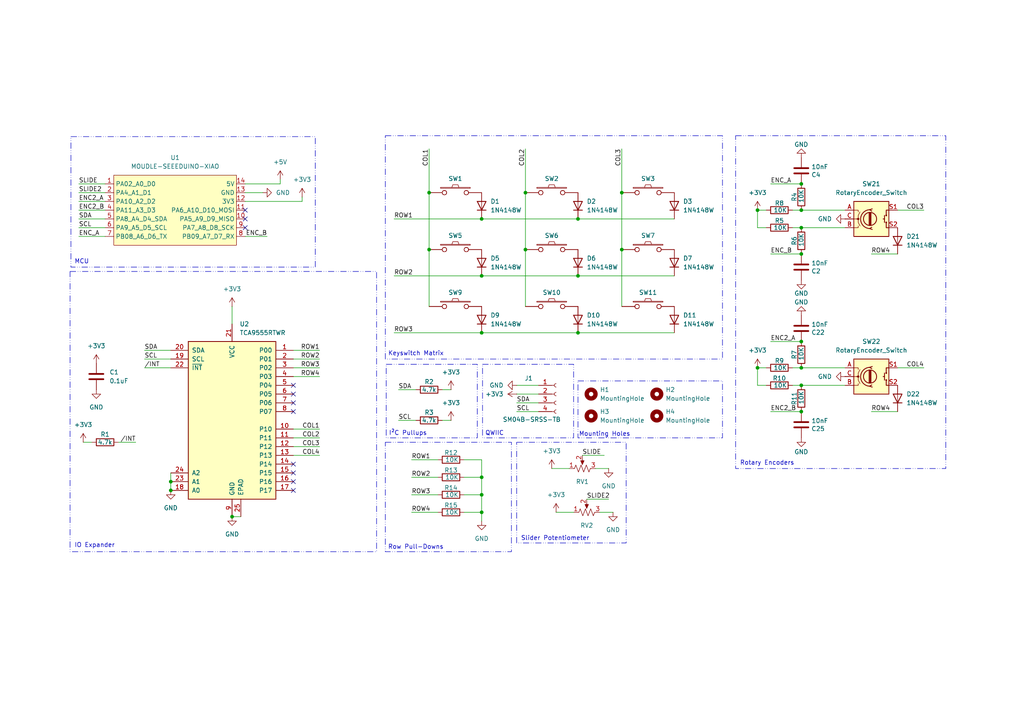
<source format=kicad_sch>
(kicad_sch (version 20250114) (generator "eeschema") (generator_version "9.0")
  (paper "A4")
  (title_block (title "Andromepad V1") (date "2025-12-04") (rev "Version 1") (company "DwayneR Engineering") (comment 1 "This is the first revision of the macropad"))
  (lib_symbols
    (symbol "Connector:Conn_01x04_Socket" (pin_names (offset 1.016) (hide yes))
      (property "Reference" "J" (at 0 5.08 0))
      (property "Value" "Conn_01x04_Socket" (at 0 -7.62 0))
      (symbol "Conn_01x04_Socket_1_1"
        (polyline (pts (xy -1.27 2.54) (xy -0.508 2.54)) (stroke (width 0.1524)))
        (polyline (pts (xy -1.27 0) (xy -0.508 0)) (stroke (width 0.1524)))
        (polyline (pts (xy -1.27 -2.54) (xy -0.508 -2.54)) (stroke (width 0.1524)))
        (polyline (pts (xy -1.27 -5.08) (xy -0.508 -5.08)) (stroke (width 0.1524)))
        (arc (start 0 2.032) (mid -0.5058 2.54) (end 0 3.048) (stroke (width 0.1524)))
        (arc (start 0 -0.508) (mid -0.5058 0) (end 0 0.508) (stroke (width 0.1524)))
        (arc (start 0 -3.048) (mid -0.5058 -2.54) (end 0 -2.032) (stroke (width 0.1524)))
        (arc (start 0 -5.588) (mid -0.5058 -5.08) (end 0 -4.572) (stroke (width 0.1524)))
        (pin passive line (at -5.08 2.54 0) (length 3.81) (name "Pin_1") (number "1"))
        (pin passive line (at -5.08 0 0) (length 3.81) (name "Pin_2") (number "2"))
        (pin passive line (at -5.08 -2.54 0) (length 3.81) (name "Pin_3") (number "3"))
        (pin passive line (at -5.08 -5.08 0) (length 3.81) (name "Pin_4") (number "4"))
      )
    )
    (symbol "Device:C" (pin_numbers (hide yes)) (pin_names (offset 0.254))
      (property "Reference" "C" (at 0.635 2.54 0))
      (property "Value" "C" (at 0.635 -2.54 0))
      (symbol "C_0_1"
        (polyline (pts (xy -2.032 0.762) (xy 2.032 0.762)) (stroke (width 0.508)))
        (polyline (pts (xy -2.032 -0.762) (xy 2.032 -0.762)) (stroke (width 0.508)))
      )
      (symbol "C_1_1"
        (pin passive line (at 0 3.81 270) (length 2.794) (name "~") (number "1"))
        (pin passive line (at 0 -3.81 90) (length 2.794) (name "~") (number "2"))
      )
    )
    (symbol "Device:D" (pin_numbers (hide yes)) (pin_names (offset 1.016) (hide yes))
      (property "Reference" "D" (at 0 2.54 0))
      (property "Value" "D" (at 0 -2.54 0))
      (symbol "D_0_1"
        (polyline (pts (xy -1.27 1.27) (xy -1.27 -1.27)) (stroke (width 0.254)))
        (polyline (pts (xy 1.27 1.27) (xy 1.27 -1.27) (xy -1.27 0) (xy 1.27 1.27)) (stroke (width 0.254)))
        (polyline (pts (xy 1.27 0) (xy -1.27 0)))
      )
      (symbol "D_1_1"
        (pin passive line (at -3.81 0 0) (length 2.54) (name "K") (number "1"))
        (pin passive line (at 3.81 0 180) (length 2.54) (name "A") (number "2"))
      )
    )
    (symbol "Device:R" (pin_numbers (hide yes)) (pin_names (offset 0))
      (property "Reference" "R" (at 2.032 0 90))
      (property "Value" "R" (at 0 0 90))
      (symbol "R_0_1"
        (rectangle (start -1.016 -2.54) (end 1.016 2.54) (stroke (width 0.254)))
      )
      (symbol "R_1_1"
        (pin passive line (at 0 3.81 270) (length 1.27) (name "~") (number "1"))
        (pin passive line (at 0 -3.81 90) (length 1.27) (name "~") (number "2"))
      )
    )
    (symbol "Device:R_Potentiometer_US" (pin_names (offset 1.016) (hide yes))
      (property "Reference" "RV" (at -4.445 0 90))
      (property "Value" "R_Potentiometer_US" (at -2.54 0 90))
      (symbol "R_Potentiometer_US_0_1"
        (polyline (pts (xy 0 2.54) (xy 0 2.286)))
        (polyline (pts (xy 0 2.286) (xy 1.016 1.905) (xy 0 1.524) (xy -1.016 1.143) (xy 0 0.762)))
        (polyline (pts (xy 0 0.762) (xy 1.016 0.381) (xy 0 0) (xy -1.016 -0.381) (xy 0 -0.762)))
        (polyline (pts (xy 0 -0.762) (xy 1.016 -1.143) (xy 0 -1.524) (xy -1.016 -1.905) (xy 0 -2.286)))
        (polyline (pts (xy 0 -2.286) (xy 0 -2.54)))
        (polyline (pts (xy 1.143 0) (xy 2.286 0.508) (xy 2.286 -0.508) (xy 1.143 0)) (fill (type outline)))
        (polyline (pts (xy 2.54 0) (xy 1.524 0)))
      )
      (symbol "R_Potentiometer_US_1_1"
        (pin passive line (at 0 3.81 270) (length 1.27) (name "1") (number "1"))
        (pin passive line (at 0 -3.81 90) (length 1.27) (name "3") (number "3"))
        (pin passive line (at 3.81 0 180) (length 1.27) (name "2") (number "2"))
      )
    )
    (symbol "Device:RotaryEncoder_Switch" (pin_names (offset 0.254) (hide yes))
      (property "Reference" "SW" (at 0 6.604 0))
      (property "Value" "RotaryEncoder_Switch" (at 0 -6.604 0))
      (symbol "RotaryEncoder_Switch_0_1"
        (rectangle (start -5.08 5.08) (end 5.08 -5.08) (stroke (width 0.254)) (fill (type background)))
        (polyline (pts (xy -5.08 2.54) (xy -3.81 2.54) (xy -3.81 2.032)))
        (polyline (pts (xy -5.08 0) (xy -3.81 0) (xy -3.81 -1.016) (xy -3.302 -2.032)))
        (polyline (pts (xy -5.08 -2.54) (xy -3.81 -2.54) (xy -3.81 -2.032)))
        (polyline (pts (xy -4.318 0) (xy -3.81 0) (xy -3.81 1.016) (xy -3.302 2.032)))
        (circle (center -3.81 0) (radius 0.254) (fill (type outline)))
        (polyline (pts (xy -0.635 -1.778) (xy -0.635 1.778)) (stroke (width 0.254)))
        (circle (center -0.381 0) (radius 1.905) (stroke (width 0.254)))
        (polyline (pts (xy -0.381 -1.778) (xy -0.381 1.778)) (stroke (width 0.254)))
        (arc (start -0.381 -2.794) (mid -3.0988 -0.0635) (end -0.381 2.667) (stroke (width 0.254)))
        (polyline (pts (xy -0.127 1.778) (xy -0.127 -1.778)) (stroke (width 0.254)))
        (polyline (pts (xy 0.254 2.921) (xy -0.508 2.667) (xy 0.127 2.286)) (stroke (width 0.254)))
        (polyline (pts (xy 0.254 -3.048) (xy -0.508 -2.794) (xy 0.127 -2.413)) (stroke (width 0.254)))
        (polyline (pts (xy 3.81 1.016) (xy 3.81 -1.016)) (stroke (width 0.254)))
        (polyline (pts (xy 3.81 0) (xy 3.429 0)) (stroke (width 0.254)))
        (circle (center 4.318 1.016) (radius 0.127) (stroke (width 0.254)))
        (circle (center 4.318 -1.016) (radius 0.127) (stroke (width 0.254)))
        (polyline (pts (xy 5.08 2.54) (xy 4.318 2.54) (xy 4.318 1.016)) (stroke (width 0.254)))
        (polyline (pts (xy 5.08 -2.54) (xy 4.318 -2.54) (xy 4.318 -1.016)) (stroke (width 0.254)))
      )
      (symbol "RotaryEncoder_Switch_1_1"
        (pin passive line (at -7.62 2.54 0) (length 2.54) (name "A") (number "A"))
        (pin passive line (at -7.62 0 0) (length 2.54) (name "C") (number "C"))
        (pin passive line (at -7.62 -2.54 0) (length 2.54) (name "B") (number "B"))
        (pin passive line (at 7.62 2.54 180) (length 2.54) (name "S1") (number "S1"))
        (pin passive line (at 7.62 -2.54 180) (length 2.54) (name "S2") (number "S2"))
      )
    )
    (symbol "Ians_symbols:keyswitch" (pin_numbers (hide yes)) (pin_names (offset 1.016) (hide yes))
      (property "Reference" "SW" (at 3.81 2.794 0))
      (property "Value" "keyswitch" (at 0 -2.032 0))
      (symbol "keyswitch_0_1"
        (rectangle (start -4.318 1.27) (end 4.318 1.524))
        (polyline (pts (xy -1.016 1.524) (xy -0.762 2.286) (xy 0.762 2.286) (xy 1.016 1.524)))
        (pin passive inverted (at -7.62 0 0) (length 5.08) (name "1") (number "1"))
        (pin passive inverted (at 7.62 0 180) (length 5.08) (name "2") (number "2"))
      )
    )
    (symbol "Interface_Expansion:TCA9555RTWR" (pin_names (offset 1.016))
      (property "Reference" "U" (at -11.43 24.13 0))
      (property "Value" "TCA9555RTWR" (at 0 0 0))
      (symbol "TCA9555RTWR_0_1"
        (rectangle (start -12.7 22.86) (end 12.7 -22.86) (stroke (width 0.254)) (fill (type background)))
      )
      (symbol "TCA9555RTWR_1_1"
        (pin bidirectional line (at -17.78 20.32 0) (length 5.08) (name "SDA") (number "20"))
        (pin input line (at -17.78 17.78 0) (length 5.08) (name "SCL") (number "19"))
        (pin open_collector line (at -17.78 15.24 0) (length 5.08) (name "~{INT}") (number "22"))
        (pin input line (at -17.78 -15.24 0) (length 5.08) (name "A2") (number "24"))
        (pin input line (at -17.78 -17.78 0) (length 5.08) (name "A1") (number "23"))
        (pin input line (at -17.78 -20.32 0) (length 5.08) (name "A0") (number "18"))
        (pin power_in line (at 0 27.94 270) (length 5.08) (name "VCC") (number "21"))
        (pin power_in line (at 0 -27.94 90) (length 5.08) (name "GND") (number "9"))
        (pin input line (at 2.54 -27.94 90) (length 5.08) (name "EPAD") (number "25"))
        (pin bidirectional line (at 17.78 20.32 180) (length 5.08) (name "P00") (number "1"))
        (pin bidirectional line (at 17.78 17.78 180) (length 5.08) (name "P01") (number "2"))
        (pin bidirectional line (at 17.78 15.24 180) (length 5.08) (name "P02") (number "3"))
        (pin bidirectional line (at 17.78 12.7 180) (length 5.08) (name "P03") (number "4"))
        (pin bidirectional line (at 17.78 10.16 180) (length 5.08) (name "P04") (number "5"))
        (pin bidirectional line (at 17.78 7.62 180) (length 5.08) (name "P05") (number "6"))
        (pin bidirectional line (at 17.78 5.08 180) (length 5.08) (name "P06") (number "7"))
        (pin bidirectional line (at 17.78 2.54 180) (length 5.08) (name "P07") (number "8"))
        (pin bidirectional line (at 17.78 -2.54 180) (length 5.08) (name "P10") (number "10"))
        (pin bidirectional line (at 17.78 -5.08 180) (length 5.08) (name "P11") (number "11"))
        (pin bidirectional line (at 17.78 -7.62 180) (length 5.08) (name "P12") (number "12"))
        (pin bidirectional line (at 17.78 -10.16 180) (length 5.08) (name "P13") (number "13"))
        (pin bidirectional line (at 17.78 -12.7 180) (length 5.08) (name "P14") (number "14"))
        (pin bidirectional line (at 17.78 -15.24 180) (length 5.08) (name "P15") (number "15"))
        (pin bidirectional line (at 17.78 -17.78 180) (length 5.08) (name "P16") (number "16"))
        (pin bidirectional line (at 17.78 -20.32 180) (length 5.08) (name "P17") (number "17"))
      )
    )
    (symbol "MOUDLE-SEEEDUINO-XIAO:MOUDLE-SEEEDUINO-XIAO"
      (property "Reference" "U1" (at 1.27 15.24 0))
      (property "Value" "MOUDLE-SEEEDUINO-XIAO" (at 1.27 12.7 0))
      (symbol "MOUDLE-SEEEDUINO-XIAO_1_1"
        (rectangle (start -16.51 10.16) (end 19.05 -10.16) (fill (type background)))
        (pin passive line (at -19.05 7.62 0) (length 2.54) (name "PA02_A0_D0") (number "1"))
        (pin passive line (at -19.05 5.08 0) (length 2.54) (name "PA4_A1_D1") (number "2"))
        (pin passive line (at -19.05 2.54 0) (length 2.54) (name "PA10_A2_D2") (number "3"))
        (pin passive line (at -19.05 0 0) (length 2.54) (name "PA11_A3_D3") (number "4"))
        (pin passive line (at -19.05 -2.54 0) (length 2.54) (name "PA8_A4_D4_SDA") (number "5"))
        (pin passive line (at -19.05 -5.08 0) (length 2.54) (name "PA9_A5_D5_SCL") (number "6"))
        (pin passive line (at -19.05 -7.62 0) (length 2.54) (name "PB08_A6_D6_TX") (number "7"))
        (pin passive line (at 21.59 7.62 180) (length 2.54) (name "5V") (number "14"))
        (pin passive line (at 21.59 5.08 180) (length 2.54) (name "GND") (number "13"))
        (pin passive line (at 21.59 2.54 180) (length 2.54) (name "3V3") (number "12"))
        (pin passive line (at 21.59 0 180) (length 2.54) (name "PA6_A10_D10_MOSI") (number "11"))
        (pin passive line (at 21.59 -2.54 180) (length 2.54) (name "PA5_A9_D9_MISO") (number "10"))
        (pin passive line (at 21.59 -5.08 180) (length 2.54) (name "PA7_A8_D8_SCK") (number "9"))
        (pin passive line (at 21.59 -7.62 180) (length 2.54) (name "PB09_A7_D7_RX") (number "8"))
      )
    )
    (symbol "Mechanical:MountingHole" (pin_names (offset 1.016)) (exclude_from_sim yes) (in_bom no)
      (property "Reference" "H" (at 0 5.08 0))
      (property "Value" "MountingHole" (at 0 3.175 0))
      (symbol "MountingHole_0_1"
        (circle (center 0 0) (radius 1.27) (stroke (width 1.27)))
      )
    )
    (symbol "power:+3V3" (power) (pin_numbers (hide yes)) (pin_names (offset 0) (hide yes))
      (property "Value" "+3V3" (at 0 3.556 0))
      (symbol "+3V3_0_1"
        (polyline (pts (xy -0.762 1.27) (xy 0 2.54)))
        (polyline (pts (xy 0 2.54) (xy 0.762 1.27)))
        (polyline (pts (xy 0 0) (xy 0 2.54)))
      )
      (symbol "+3V3_1_1"
        (pin power_in line (at 0 0 90) (length 0) (name "~") (number "1"))
      )
    )
    (symbol "power:+5V" (power) (pin_numbers (hide yes)) (pin_names (offset 0) (hide yes))
      (property "Value" "+5V" (at 0 3.556 0))
      (symbol "+5V_0_1"
        (polyline (pts (xy -0.762 1.27) (xy 0 2.54)))
        (polyline (pts (xy 0 2.54) (xy 0.762 1.27)))
        (polyline (pts (xy 0 0) (xy 0 2.54)))
      )
      (symbol "+5V_1_1"
        (pin power_in line (at 0 0 90) (length 0) (name "~") (number "1"))
      )
    )
    (symbol "power:GND" (power) (pin_numbers (hide yes)) (pin_names (offset 0) (hide yes))
      (property "Value" "GND" (at 0 -3.81 0))
      (symbol "GND_0_1"
        (polyline (pts (xy 0 0) (xy 0 -1.27) (xy 1.27 -1.27) (xy 0 -2.54) (xy -1.27 -1.27) (xy 0 -1.27)))
      )
      (symbol "GND_1_1"
        (pin power_in line (at 0 0 270) (length 0) (name "~") (number "1"))
      )
    )
  )
  (rectangle (start 213.36 39.37) (end 274.32 135.89) (stroke (width 0) (type dash_dot_dot)))
  (rectangle (start 149.86 128.27) (end 181.61 157.48) (stroke (width 0) (type dash_dot_dot)))
  (rectangle (start 20.574 39.624) (end 91.44 77.47) (stroke (width 0) (type dash_dot_dot)))
  (rectangle (start 112.014 105.664) (end 138.43 127) (stroke (width 0) (type dash_dot_dot)))
  (rectangle (start 167.64 110.49) (end 209.55 127) (stroke (width 0) (type dash_dot_dot)))
  (rectangle (start 20.32 78.74) (end 109.22 160.02) (stroke (width 0) (type dash_dot_dot)))
  (rectangle (start 111.76 128.27) (end 148.336 160.02) (stroke (width 0) (type dash_dot_dot)))
  (rectangle (start 111.76 39.37) (end 209.55 104.14) (stroke (width 0) (type dash_dot_dot)))
  (rectangle (start 139.954 105.664) (end 166.37 127) (stroke (width 0) (type dash_dot_dot)))
  (text "MCU" (at 21.59 75.946 0) (effects (font (size 1.27 1.27)) (justify left)))
  (text "I²C Pullups" (at 112.776 125.73 0) (effects (font (size 1.27 1.27)) (justify left)))
  (text "Row Pull-Downs" (at 112.522 158.75 0) (effects (font (size 1.27 1.27)) (justify left)))
  (text "QWIIC" (at 140.716 125.73 0) (effects (font (size 1.27 1.27)) (justify left)))
  (text "Mounting Holes" (at 167.894 125.984 0) (effects (font (size 1.27 1.27)) (justify left)))
  (text "IO Expander" (at 21.59 158.242 0) (effects (font (size 1.27 1.27)) (justify left)))
  (text "Slider Potentiometer" (at 161.036 156.21 0) (effects (font (size 1.27 1.27))))
  (text "Rotary Encoders" (at 222.504 134.366 0) (effects (font (size 1.27 1.27))))
  (text "Keyswitch Matrix\n" (at 120.65 102.616 0) (effects (font (size 1.27 1.27))))
  (junction (at 167.64 96.52))
  (junction (at 232.41 73.66))
  (junction (at 232.41 111.76))
  (junction (at 219.71 106.68))
  (junction (at 232.41 53.34))
  (junction (at 124.46 72.39))
  (junction (at 49.53 139.7))
  (junction (at 152.4 55.88))
  (junction (at 139.7 96.52))
  (junction (at 67.31 149.86))
  (junction (at 139.7 63.5))
  (junction (at 152.4 72.39))
  (junction (at 167.64 63.5))
  (junction (at 49.53 142.24))
  (junction (at 232.41 66.04))
  (junction (at 232.41 60.96))
  (junction (at 139.7 138.43))
  (junction (at 219.71 60.96))
  (junction (at 180.34 72.39))
  (junction (at 232.41 99.06))
  (junction (at 139.7 143.51))
  (junction (at 124.46 55.88))
  (junction (at 180.34 55.88))
  (junction (at 139.7 80.01))
  (junction (at 167.64 80.01))
  (junction (at 232.41 119.38))
  (junction (at 139.7 148.59))
  (junction (at 232.41 106.68))
  (no_connect (at 85.09 137.16))
  (no_connect (at 71.12 63.5))
  (no_connect (at 85.09 116.84))
  (no_connect (at 85.09 119.38))
  (no_connect (at 85.09 142.24))
  (no_connect (at 71.12 60.96))
  (no_connect (at 71.12 66.04))
  (no_connect (at 85.09 111.76))
  (no_connect (at 85.09 114.3))
  (no_connect (at 85.09 139.7))
  (no_connect (at 85.09 134.62))
  (wire (pts (xy 49.53 106.68) (xy 41.91 106.68)))
  (wire (pts (xy 22.86 58.42) (xy 30.48 58.42)))
  (wire (pts (xy 229.87 111.76) (xy 232.41 111.76)))
  (wire (pts (xy 127 133.35) (xy 119.38 133.35)))
  (wire (pts (xy 67.31 149.86) (xy 69.85 149.86)))
  (wire (pts (xy 168.91 132.08) (xy 175.26 132.08)))
  (wire (pts (xy 67.31 88.9) (xy 67.31 93.98)))
  (wire (pts (xy 232.41 111.76) (xy 245.11 111.76)))
  (wire (pts (xy 229.87 60.96) (xy 232.41 60.96)))
  (wire (pts (xy 128.27 113.03) (xy 130.81 113.03)))
  (wire (pts (xy 229.87 66.04) (xy 232.41 66.04)))
  (wire (pts (xy 85.09 106.68) (xy 92.71 106.68)))
  (wire (pts (xy 180.34 43.18) (xy 180.34 55.88)))
  (wire (pts (xy 77.47 68.58) (xy 71.12 68.58)))
  (wire (pts (xy 167.64 80.01) (xy 195.58 80.01)))
  (wire (pts (xy 161.29 148.59) (xy 166.37 148.59)))
  (wire (pts (xy 267.97 106.68) (xy 260.35 106.68)))
  (wire (pts (xy 22.86 60.96) (xy 30.48 60.96)))
  (wire (pts (xy 219.71 106.68) (xy 222.25 106.68)))
  (wire (pts (xy 49.53 139.7) (xy 49.53 142.24)))
  (wire (pts (xy 71.12 53.34) (xy 81.28 53.34)))
  (wire (pts (xy 223.52 99.06) (xy 232.41 99.06)))
  (wire (pts (xy 85.09 101.6) (xy 92.71 101.6)))
  (wire (pts (xy 232.41 106.68) (xy 245.11 106.68)))
  (wire (pts (xy 85.09 129.54) (xy 92.71 129.54)))
  (wire (pts (xy 219.71 66.04) (xy 222.25 66.04)))
  (wire (pts (xy 134.62 138.43) (xy 139.7 138.43)))
  (wire (pts (xy 232.41 66.04) (xy 245.11 66.04)))
  (wire (pts (xy 81.28 53.34) (xy 81.28 52.07)))
  (wire (pts (xy 124.46 72.39) (xy 124.46 88.9)))
  (wire (pts (xy 139.7 80.01) (xy 167.64 80.01)))
  (wire (pts (xy 120.65 113.03) (xy 115.57 113.03)))
  (wire (pts (xy 219.71 111.76) (xy 222.25 111.76)))
  (wire (pts (xy 167.64 96.52) (xy 195.58 96.52)))
  (wire (pts (xy 49.53 104.14) (xy 41.91 104.14)))
  (wire (pts (xy 152.4 72.39) (xy 152.4 88.9)))
  (wire (pts (xy 152.4 55.88) (xy 152.4 72.39)))
  (wire (pts (xy 120.65 121.92) (xy 115.57 121.92)))
  (wire (pts (xy 128.27 121.92) (xy 130.81 121.92)))
  (wire (pts (xy 232.41 60.96) (xy 245.11 60.96)))
  (wire (pts (xy 49.53 137.16) (xy 49.53 139.7)))
  (wire (pts (xy 252.73 119.38) (xy 260.35 119.38)))
  (wire (pts (xy 223.52 53.34) (xy 232.41 53.34)))
  (wire (pts (xy 252.73 73.66) (xy 260.35 73.66)))
  (wire (pts (xy 223.52 73.66) (xy 232.41 73.66)))
  (wire (pts (xy 139.7 143.51) (xy 139.7 148.59)))
  (wire (pts (xy 85.09 124.46) (xy 92.71 124.46)))
  (wire (pts (xy 167.64 63.5) (xy 195.58 63.5)))
  (wire (pts (xy 177.8 148.59) (xy 173.99 148.59)))
  (wire (pts (xy 85.09 104.14) (xy 92.71 104.14)))
  (wire (pts (xy 114.3 63.5) (xy 139.7 63.5)))
  (wire (pts (xy 149.86 111.76) (xy 156.21 111.76)))
  (wire (pts (xy 134.62 143.51) (xy 139.7 143.51)))
  (wire (pts (xy 139.7 133.35) (xy 139.7 138.43)))
  (wire (pts (xy 219.71 106.68) (xy 219.71 111.76)))
  (wire (pts (xy 22.86 68.58) (xy 30.48 68.58)))
  (wire (pts (xy 71.12 55.88) (xy 76.2 55.88)))
  (wire (pts (xy 22.86 66.04) (xy 30.48 66.04)))
  (wire (pts (xy 139.7 96.52) (xy 167.64 96.52)))
  (wire (pts (xy 22.86 53.34) (xy 30.48 53.34)))
  (wire (pts (xy 127 148.59) (xy 119.38 148.59)))
  (wire (pts (xy 152.4 43.18) (xy 152.4 55.88)))
  (wire (pts (xy 85.09 127) (xy 92.71 127)))
  (wire (pts (xy 149.86 116.84) (xy 156.21 116.84)))
  (wire (pts (xy 124.46 43.18) (xy 124.46 55.88)))
  (wire (pts (xy 139.7 138.43) (xy 139.7 143.51)))
  (wire (pts (xy 26.67 128.27) (xy 24.13 128.27)))
  (wire (pts (xy 149.86 119.38) (xy 156.21 119.38)))
  (wire (pts (xy 267.97 60.96) (xy 260.35 60.96)))
  (wire (pts (xy 114.3 96.52) (xy 139.7 96.52)))
  (wire (pts (xy 149.86 114.3) (xy 156.21 114.3)))
  (wire (pts (xy 85.09 109.22) (xy 92.71 109.22)))
  (wire (pts (xy 127 143.51) (xy 119.38 143.51)))
  (wire (pts (xy 134.62 133.35) (xy 139.7 133.35)))
  (wire (pts (xy 71.12 58.42) (xy 87.63 58.42)))
  (wire (pts (xy 22.86 63.5) (xy 30.48 63.5)))
  (wire (pts (xy 160.02 135.89) (xy 165.1 135.89)))
  (wire (pts (xy 114.3 80.01) (xy 139.7 80.01)))
  (wire (pts (xy 219.71 60.96) (xy 219.71 66.04)))
  (wire (pts (xy 180.34 72.39) (xy 180.34 88.9)))
  (wire (pts (xy 49.53 101.6) (xy 41.91 101.6)))
  (wire (pts (xy 139.7 148.59) (xy 139.7 151.13)))
  (wire (pts (xy 139.7 63.5) (xy 167.64 63.5)))
  (wire (pts (xy 85.09 132.08) (xy 92.71 132.08)))
  (wire (pts (xy 134.62 148.59) (xy 139.7 148.59)))
  (wire (pts (xy 180.34 55.88) (xy 180.34 72.39)))
  (wire (pts (xy 22.86 55.88) (xy 30.48 55.88)))
  (wire (pts (xy 223.52 119.38) (xy 232.41 119.38)))
  (wire (pts (xy 87.63 58.42) (xy 87.63 57.15)))
  (wire (pts (xy 124.46 55.88) (xy 124.46 72.39)))
  (wire (pts (xy 219.71 60.96) (xy 222.25 60.96)))
  (wire (pts (xy 229.87 106.68) (xy 232.41 106.68)))
  (wire (pts (xy 127 138.43) (xy 119.38 138.43)))
  (wire (pts (xy 176.53 135.89) (xy 172.72 135.89)))
  (wire (pts (xy 170.18 144.78) (xy 176.53 144.78)))
  (wire (pts (xy 34.29 128.27) (xy 39.37 128.27)))
  (label "ROW1" (at 119.38 133.35 0))
  (label "ROW3" (at 92.71 106.68 180))
  (label "COL2" (at 92.71 127 180))
  (label "ROW4" (at 92.71 109.22 180))
  (label "ROW1" (at 92.71 101.6 180))
  (label "ENC2_B" (at 22.86 60.96 0))
  (label "COL3" (at 267.97 60.96 180))
  (label "{slash}INT" (at 41.91 106.68 0))
  (label "ROW4" (at 252.73 119.38 0))
  (label "COL1" (at 124.46 43.18 270))
  (label "SLIDE2" (at 22.86 55.88 0))
  (label "COL1" (at 92.71 124.46 180))
  (label "ROW4" (at 119.38 148.59 0))
  (label "SLIDE" (at 22.86 53.34 0))
  (label "ROW4" (at 252.73 73.66 0))
  (label "SCL" (at 22.86 66.04 0))
  (label "COL3" (at 180.34 43.18 270))
  (label "ROW2" (at 119.38 138.43 0))
  (label "ENC_B" (at 223.52 73.66 0))
  (label "SDA" (at 149.86 116.84 0))
  (label "ENC_A" (at 22.86 68.58 0))
  (label "COL2" (at 152.4 43.18 270))
  (label "SDA" (at 22.86 63.5 0))
  (label "ENC2_A" (at 223.52 99.06 0))
  (label "COL4" (at 92.71 132.08 180))
  (label "COL3" (at 92.71 129.54 180))
  (label "ENC_A" (at 223.52 53.34 0))
  (label "ROW3" (at 114.3 96.52 0))
  (label "ROW2" (at 92.71 104.14 180))
  (label "SLIDE2" (at 170.18 144.78 0))
  (label "SCL" (at 41.91 104.14 0))
  (label "ROW1" (at 114.3 63.5 0))
  (label "ENC2_B" (at 223.52 119.38 0))
  (label "SDA" (at 115.57 113.03 0))
  (label "COL4" (at 267.97 106.68 180))
  (label "{slash}INT" (at 39.37 128.27 180))
  (label "ENC2_A" (at 22.86 58.42 0))
  (label "SCL" (at 149.86 119.38 0))
  (label "ROW2" (at 114.3 80.01 0))
  (label "ENC_B" (at 77.47 68.58 180))
  (label "ROW3" (at 119.38 143.51 0))
  (label "SCL" (at 115.57 121.92 0))
  (label "SLIDE" (at 168.91 132.08 0))
  (label "SDA" (at 41.91 101.6 0))
  (symbol (lib_id "power:GND") (at 76.2 55.88 90) (unit 1)
    (property "Reference" "#PWR03" (effects (hide yes)))
    (property "Value" "GND" (at 80.01 55.8799 90) (effects (justify right)))
    (property "Description" "Power symbol creates a global label with name \"GND\" , ground" (effects (hide yes)))
  )
  (symbol (lib_id "Device:R") (at 232.41 57.15 0) (mirror x) (unit 1)
    (property "Reference" "R4" (at 230.378 57.15 90))
    (property "Value" "10K" (at 232.41 56.896 90))
    (property "Footprint" "Resistor_SMD:R_0603_1608Metric_Pad0.98x0.95mm_HandSolder" (effects (hide yes)))
    (property "DigiKey Part Number" "RMCF0603FT10K0" (effects (hide yes)))
  )
  (symbol (lib_id "Device:D") (at 139.7 76.2 90) (unit 1)
    (property "Reference" "D5" (at 142.24 74.9299 90) (effects (justify right)))
    (property "Value" "1N4148W" (at 142.24 77.4699 90) (effects (justify right)))
    (property "Footprint" "Diode_SMD:D_SOD-123" (effects (hide yes)))
    (property "Description" "Diode" (effects (hide yes)))
    (property "Sim.Device" "D" (effects (hide yes)))
    (property "Sim.Pins" "1=K 2=A" (effects (hide yes)))
    (property "DigiKey Part Number" "1N4148W" (effects (hide yes)))
  )
  (symbol (lib_id "Device:R") (at 130.81 133.35 90) (mirror x) (unit 1)
    (property "Reference" "R12" (at 130.81 131.318 90))
    (property "Value" "10K" (at 131.064 133.35 90))
    (property "Footprint" "Resistor_SMD:R_0603_1608Metric_Pad0.98x0.95mm_HandSolder" (effects (hide yes)))
    (property "DigiKey Part Number" "RMCF0603FT10K0" (effects (hide yes)))
  )
  (symbol (lib_id "Device:C") (at 232.41 123.19 0) (mirror y) (unit 1)
    (property "Reference" "C25" (at 235.331 124.3584 0) (effects (justify right)))
    (property "Value" "10nF" (at 235.331 122.047 0) (effects (justify right)))
    (property "Footprint" "Capacitor_SMD:C_0603_1608Metric_Pad1.08x0.95mm_HandSolder" (effects (hide yes)))
    (property "DigiKey Part Number" "C1608X7R2A103M080AA" (effects (hide yes)))
  )
  (symbol (lib_id "Device:R") (at 226.06 60.96 90) (mirror x) (unit 1)
    (property "Reference" "R8" (at 226.06 58.928 90))
    (property "Value" "10K" (at 226.314 60.96 90))
    (property "Footprint" "Resistor_SMD:R_0603_1608Metric_Pad0.98x0.95mm_HandSolder" (effects (hide yes)))
    (property "DigiKey Part Number" "RMCF0603FT10K0" (effects (hide yes)))
  )
  (symbol (lib_id "power:+3V3") (at 87.63 57.15 0) (unit 1)
    (property "Reference" "#PWR02" (effects (hide yes)))
    (property "Value" "+3V3" (at 87.63 52.07 0))
    (property "Description" "Power symbol creates a global label with name \"+3V3\"" (effects (hide yes)))
  )
  (symbol (lib_id "Ians_symbols:keyswitch") (at 160.02 72.39 0) (mirror y) (unit 1)
    (property "Reference" "SW6" (at 160.02 68.326 0))
    (property "Value" "keyswitch" (effects (hide yes)))
    (property "Footprint" "Button_Switch_Keyboard:SW_Cherry_MX_1.00u_PCB" (effects (hide yes)))
    (property "DigiKey Part Number" "MX2A-11NA" (effects (hide yes)))
  )
  (symbol (lib_id "Device:R") (at 124.46 113.03 90) (unit 1)
    (property "Reference" "R2" (at 124.46 110.744 90))
    (property "Value" "4.7k" (at 124.46 113.03 90))
    (property "Footprint" "Resistor_SMD:R_0603_1608Metric_Pad0.98x0.95mm_HandSolder" (effects (hide yes)))
    (property "Description" "Resistor" (effects (hide yes)))
    (property "DigiKey Part Number" "RMCF0603FT4K70" (effects (hide yes)))
  )
  (symbol (lib_id "power:GND") (at 49.53 142.24 0) (unit 1)
    (property "Reference" "#PWR06" (effects (hide yes)))
    (property "Value" "GND" (at 49.53 147.32 0))
    (property "Description" "Power symbol creates a global label with name \"GND\" , ground" (effects (hide yes)))
  )
  (symbol (lib_id "power:+3V3") (at 27.94 105.41 0) (unit 1)
    (property "Reference" "#PWR08" (effects (hide yes)))
    (property "Value" "+3V3" (at 27.94 100.33 0))
    (property "Description" "Power symbol creates a global label with name \"+3V3\"" (effects (hide yes)))
  )
  (symbol (lib_id "Device:D") (at 195.58 76.2 90) (unit 1)
    (property "Reference" "D7" (at 198.12 74.9299 90) (effects (justify right)))
    (property "Value" "1N4148W" (at 198.12 77.4699 90) (effects (justify right)))
    (property "Footprint" "Diode_SMD:D_SOD-123" (effects (hide yes)))
    (property "Description" "Diode" (effects (hide yes)))
    (property "Sim.Device" "D" (effects (hide yes)))
    (property "Sim.Pins" "1=K 2=A" (effects (hide yes)))
    (property "DigiKey Part Number" "1N4148W" (effects (hide yes)))
  )
  (symbol (lib_id "Interface_Expansion:TCA9555RTWR") (at 67.31 121.92 0) (unit 1)
    (property "Reference" "U2" (at 69.5041 93.98 0) (effects (justify left)))
    (property "Value" "TCA9555RTWR" (at 69.5041 96.52 0) (effects (justify left)))
    (property "Footprint" "Package_DFN_QFN:WQFN-24-1EP_4x4mm_P0.5mm_EP2.45x2.45mm" (effects (hide yes)))
    (property "Datasheet" "http://www.ti.com/lit/ds/symlink/tca9555.pdf" (effects (hide yes)))
    (property "Description" "16-bit I/O expander, I2C and SMBus interface, interrupts, w/ pull-ups, QFN-24" (effects (hide yes)))
    (property "DigiKey Part Number" "TCA9555RTWR" (effects (hide yes)))
  )
  (symbol (lib_id "Device:D") (at 260.35 115.57 90) (unit 1)
    (property "Reference" "D22" (at 262.89 114.2999 90) (effects (justify right)))
    (property "Value" "1N4148W" (at 262.89 116.8399 90) (effects (justify right)))
    (property "Footprint" "Diode_SMD:D_SOD-123" (effects (hide yes)))
    (property "Description" "Diode" (effects (hide yes)))
    (property "Sim.Device" "D" (effects (hide yes)))
    (property "Sim.Pins" "1=K 2=A" (effects (hide yes)))
    (property "DigiKey Part Number" "1N4148W" (effects (hide yes)))
  )
  (symbol (lib_id "power:GND") (at 27.94 113.03 0) (mirror y) (unit 1)
    (property "Reference" "#PWR07" (effects (hide yes)))
    (property "Value" "GND" (at 27.94 118.11 0))
    (property "Description" "Power symbol creates a global label with name \"GND\" , ground" (effects (hide yes)))
  )
  (symbol (lib_id "Device:R") (at 30.48 128.27 270) (mirror x) (unit 1)
    (property "Reference" "R1" (at 30.48 125.984 90))
    (property "Value" "4.7k" (at 30.48 128.27 90))
    (property "Footprint" "Resistor_SMD:R_0603_1608Metric_Pad0.98x0.95mm_HandSolder" (effects (hide yes)))
    (property "Description" "Resistor" (effects (hide yes)))
    (property "DigiKey Part Number" "RMCF0603FT4K70" (effects (hide yes)))
  )
  (symbol (lib_id "Device:R") (at 226.06 106.68 90) (mirror x) (unit 1)
    (property "Reference" "R9" (at 226.06 104.648 90))
    (property "Value" "10K" (at 226.314 106.68 90))
    (property "Footprint" "Resistor_SMD:R_0603_1608Metric_Pad0.98x0.95mm_HandSolder" (effects (hide yes)))
    (property "DigiKey Part Number" "RMCF0603FT10K0" (effects (hide yes)))
  )
  (symbol (lib_id "power:+3V3") (at 130.81 121.92 0) (unit 1)
    (property "Reference" "#PWR011" (effects (hide yes)))
    (property "Value" "+3V3" (at 130.81 116.84 0))
    (property "Description" "Power symbol creates a global label with name \"+3V3\"" (effects (hide yes)))
  )
  (symbol (lib_id "Mechanical:MountingHole") (at 190.5 120.65 0) (unit 1) (exclude_from_sim yes) (in_bom no)
    (property "Reference" "H4" (at 193.04 119.3799 0) (effects (justify left)))
    (property "Value" "MountingHole" (at 193.04 121.9199 0) (effects (justify left)))
    (property "Footprint" "MountingHole:MountingHole_2.2mm_M2" (effects (hide yes)))
    (property "Description" "Mounting Hole without connection" (effects (hide yes)))
  )
  (symbol (lib_id "Connector:Conn_01x04_Socket") (at 161.29 114.3 0) (unit 1)
    (property "Reference" "J1" (at 152.146 109.728 0) (effects (justify left)))
    (property "Value" "SM04B-SRSS-TB" (at 145.796 121.666 0) (effects (justify left)))
    (property "Footprint" "zzz_Project:CONN_SM04B-SRSS-TB_JST" (effects (hide yes)))
    (property "Description" "Generic connector, single row, 01x04, script generated" (effects (hide yes)))
    (property "DigiKey Part Number" "SM04B-SRSS-TB" (effects (hide yes)))
  )
  (symbol (lib_id "Device:R") (at 232.41 102.87 0) (mirror x) (unit 1)
    (property "Reference" "R7" (at 230.378 102.87 90))
    (property "Value" "10K" (at 232.41 102.616 90))
    (property "Footprint" "Resistor_SMD:R_0603_1608Metric_Pad0.98x0.95mm_HandSolder" (effects (hide yes)))
    (property "DigiKey Part Number" "RMCF0603FT10K0" (effects (hide yes)))
  )
  (symbol (lib_id "Device:RotaryEncoder_Switch") (at 252.73 109.22 0) (unit 1)
    (property "Reference" "SW22" (at 252.73 99.06 0))
    (property "Value" "RotaryEncoder_Switch" (at 252.73 101.6 0))
    (property "Footprint" "Rotary_Encoder:RotaryEncoder_Alps_EC11E-Switch_Vertical_H20mm" (effects (hide yes)))
    (property "Description" "Rotary encoder, dual channel, incremental quadrate outputs, with switch" (effects (hide yes)))
    (property "DigiKey Part Number" "PEC11L-4115F-S0020" (effects (hide yes)))
  )
  (symbol (lib_id "Ians_symbols:keyswitch") (at 187.96 55.88 0) (mirror y) (unit 1)
    (property "Reference" "SW3" (at 187.96 51.816 0))
    (property "Value" "keyswitch" (effects (hide yes)))
    (property "Footprint" "Button_Switch_Keyboard:SW_Cherry_MX_1.00u_PCB" (effects (hide yes)))
    (property "DigiKey Part Number" "MX2A-11NA" (effects (hide yes)))
  )
  (symbol (lib_id "power:GND") (at 232.41 45.72 180) (unit 1)
    (property "Reference" "#PWR014" (effects (hide yes)))
    (property "Value" "GND" (at 232.41 41.91 0))
    (property "Description" "Power symbol creates a global label with name \"GND\" , ground" (effects (hide yes)))
  )
  (symbol (lib_id "Device:C") (at 232.41 77.47 0) (mirror y) (unit 1)
    (property "Reference" "C2" (at 235.331 78.6384 0) (effects (justify right)))
    (property "Value" "10nF" (at 235.331 76.327 0) (effects (justify right)))
    (property "Footprint" "Capacitor_SMD:C_0603_1608Metric_Pad1.08x0.95mm_HandSolder" (effects (hide yes)))
    (property "DigiKey Part Number" "C1608X7R2A103M080AA" (effects (hide yes)))
  )
  (symbol (lib_id "Device:C") (at 232.41 49.53 0) (mirror y) (unit 1)
    (property "Reference" "C4" (at 235.331 50.6984 0) (effects (justify right)))
    (property "Value" "10nF" (at 235.331 48.387 0) (effects (justify right)))
    (property "Footprint" "Capacitor_SMD:C_0603_1608Metric_Pad1.08x0.95mm_HandSolder" (effects (hide yes)))
    (property "DigiKey Part Number" "C1608X7R2A103M080AA" (effects (hide yes)))
  )
  (symbol (lib_id "Device:C") (at 232.41 95.25 0) (mirror y) (unit 1)
    (property "Reference" "C22" (at 235.331 96.4184 0) (effects (justify right)))
    (property "Value" "10nF" (at 235.331 94.107 0) (effects (justify right)))
    (property "Footprint" "Capacitor_SMD:C_0603_1608Metric_Pad1.08x0.95mm_HandSolder" (effects (hide yes)))
    (property "DigiKey Part Number" "C1608X7R2A103M080AA" (effects (hide yes)))
  )
  (symbol (lib_id "Ians_symbols:keyswitch") (at 132.08 72.39 0) (mirror y) (unit 1)
    (property "Reference" "SW5" (at 132.08 68.326 0))
    (property "Value" "keyswitch" (effects (hide yes)))
    (property "Footprint" "Button_Switch_Keyboard:SW_Cherry_MX_1.00u_PCB" (effects (hide yes)))
    (property "DigiKey Part Number" "MX2A-11NA" (effects (hide yes)))
  )
  (symbol (lib_id "Device:R") (at 130.81 143.51 90) (mirror x) (unit 1)
    (property "Reference" "R14" (at 130.81 141.478 90))
    (property "Value" "10K" (at 131.064 143.51 90))
    (property "Footprint" "Resistor_SMD:R_0603_1608Metric_Pad0.98x0.95mm_HandSolder" (effects (hide yes)))
    (property "DigiKey Part Number" "RMCF0603FT10K0" (effects (hide yes)))
  )
  (symbol (lib_id "power:+3V3") (at 24.13 128.27 0) (mirror y) (unit 1)
    (property "Reference" "#PWR09" (effects (hide yes)))
    (property "Value" "+3V3" (at 24.13 123.19 0))
    (property "Description" "Power symbol creates a global label with name \"+3V3\"" (effects (hide yes)))
  )
  (symbol (lib_id "Ians_symbols:keyswitch") (at 187.96 88.9 0) (mirror y) (unit 1)
    (property "Reference" "SW11" (at 187.96 84.836 0))
    (property "Value" "keyswitch" (effects (hide yes)))
    (property "Footprint" "Button_Switch_Keyboard:SW_Cherry_MX_1.00u_PCB" (effects (hide yes)))
    (property "DigiKey Part Number" "MX2A-11NA" (effects (hide yes)))
  )
  (symbol (lib_id "Device:RotaryEncoder_Switch") (at 252.73 63.5 0) (unit 1)
    (property "Reference" "SW21" (at 252.73 53.34 0))
    (property "Value" "RotaryEncoder_Switch" (at 252.73 55.88 0))
    (property "Footprint" "Rotary_Encoder:RotaryEncoder_Alps_EC11E-Switch_Vertical_H20mm" (effects (hide yes)))
    (property "Description" "Rotary encoder, dual channel, incremental quadrate outputs, with switch" (effects (hide yes)))
    (property "DigiKey Part Number" "PEC11L-4115F-S0020" (effects (hide yes)))
  )
  (symbol (lib_id "power:+3V3") (at 160.02 135.89 0) (unit 1)
    (property "Reference" "#PWR033" (effects (hide yes)))
    (property "Value" "+3V3" (at 160.02 130.81 0))
    (property "Description" "Power symbol creates a global label with name \"+3V3\"" (effects (hide yes)))
  )
  (symbol (lib_id "power:GND") (at 232.41 91.44 180) (unit 1)
    (property "Reference" "#PWR028" (effects (hide yes)))
    (property "Value" "GND" (at 232.41 87.63 0))
    (property "Description" "Power symbol creates a global label with name \"GND\" , ground" (effects (hide yes)))
  )
  (symbol (lib_id "power:+3V3") (at 67.31 88.9 0) (unit 1)
    (property "Reference" "#PWR04" (effects (hide yes)))
    (property "Value" "+3V3" (at 67.31 83.82 0))
    (property "Description" "Power symbol creates a global label with name \"+3V3\"" (effects (hide yes)))
  )
  (symbol (lib_id "power:+3V3") (at 149.86 114.3 90) (unit 1)
    (property "Reference" "#PWR017" (effects (hide yes)))
    (property "Value" "+3V3" (at 146.05 114.2999 90) (effects (justify left)))
    (property "Description" "Power symbol creates a global label with name \"+3V3\"" (effects (hide yes)))
  )
  (symbol (lib_id "Device:R") (at 124.46 121.92 90) (unit 1)
    (property "Reference" "R3" (at 124.46 119.634 90))
    (property "Value" "4.7k" (at 124.46 121.92 90))
    (property "Footprint" "Resistor_SMD:R_0603_1608Metric_Pad0.98x0.95mm_HandSolder" (effects (hide yes)))
    (property "Description" "Resistor" (effects (hide yes)))
    (property "DigiKey Part Number" "RMCF0603FT4K70" (effects (hide yes)))
  )
  (symbol (lib_id "Device:R_Potentiometer_US") (at 168.91 135.89 90) (unit 1)
    (property "Reference" "RV1" (at 168.91 139.7 90))
    (property "Value" "R_Potentiometer_US" (effects (hide yes)))
    (property "Footprint" "zzz_Project:PTA6043-2010CIB103" (effects (hide yes)))
    (property "Description" "Potentiometer, US symbol" (effects (hide yes)))
    (property "DigiKey Part Number " "PTA6043-2010CIB103" (effects (hide yes)))
  )
  (symbol (lib_id "power:GND") (at 67.31 149.86 0) (unit 1)
    (property "Reference" "#PWR05" (effects (hide yes)))
    (property "Value" "GND" (at 67.31 154.94 0))
    (property "Description" "Power symbol creates a global label with name \"GND\" , ground" (effects (hide yes)))
  )
  (symbol (lib_id "power:+5V") (at 81.28 52.07 0) (unit 1)
    (property "Reference" "#PWR01" (effects (hide yes)))
    (property "Value" "+5V" (at 81.28 46.99 0))
    (property "Description" "Power symbol creates a global label with name \"+5V\"" (effects (hide yes)))
  )
  (symbol (lib_id "Ians_symbols:keyswitch") (at 160.02 55.88 0) (mirror y) (unit 1)
    (property "Reference" "SW2" (at 160.02 51.816 0))
    (property "Value" "keyswitch" (effects (hide yes)))
    (property "Footprint" "Button_Switch_Keyboard:SW_Cherry_MX_1.00u_PCB" (effects (hide yes)))
    (property "DigiKey Part Number" "MX2A-11NA" (effects (hide yes)))
  )
  (symbol (lib_id "Ians_symbols:keyswitch") (at 160.02 88.9 0) (mirror y) (unit 1)
    (property "Reference" "SW10" (at 160.02 84.836 0))
    (property "Value" "keyswitch" (effects (hide yes)))
    (property "Footprint" "Button_Switch_Keyboard:SW_Cherry_MX_1.00u_PCB" (effects (hide yes)))
    (property "DigiKey Part Number" "MX2A-11NA" (effects (hide yes)))
  )
  (symbol (lib_id "power:+3V3") (at 219.71 60.96 0) (unit 1)
    (property "Reference" "#PWR013" (effects (hide yes)))
    (property "Value" "+3V3" (at 219.71 55.88 0))
    (property "Description" "Power symbol creates a global label with name \"+3V3\"" (effects (hide yes)))
  )
  (symbol (lib_id "power:GND") (at 232.41 81.28 0) (mirror y) (unit 1)
    (property "Reference" "#PWR015" (effects (hide yes)))
    (property "Value" "GND" (at 232.41 85.09 0))
    (property "Description" "Power symbol creates a global label with name \"GND\" , ground" (effects (hide yes)))
  )
  (symbol (lib_id "power:GND") (at 139.7 151.13 0) (unit 1)
    (property "Reference" "#PWR035" (effects (hide yes)))
    (property "Value" "GND" (at 139.7 156.21 0))
    (property "Description" "Power symbol creates a global label with name \"GND\" , ground" (effects (hide yes)))
  )
  (symbol (lib_id "power:GND") (at 177.8 148.59 0) (mirror y) (unit 1)
    (property "Reference" "#PWR019" (effects (hide yes)))
    (property "Value" "GND" (at 177.8 153.67 0))
    (property "Description" "Power symbol creates a global label with name \"GND\" , ground" (effects (hide yes)))
  )
  (symbol (lib_id "Device:D") (at 167.64 59.69 90) (unit 1)
    (property "Reference" "D2" (at 170.18 58.4199 90) (effects (justify right)))
    (property "Value" "1N4148W" (at 170.18 60.9599 90) (effects (justify right)))
    (property "Footprint" "Diode_SMD:D_SOD-123" (effects (hide yes)))
    (property "Description" "Diode" (effects (hide yes)))
    (property "Sim.Device" "D" (effects (hide yes)))
    (property "Sim.Pins" "1=K 2=A" (effects (hide yes)))
    (property "DigiKey Part Number" "1N4148W" (effects (hide yes)))
  )
  (symbol (lib_id "Device:D") (at 195.58 92.71 90) (unit 1)
    (property "Reference" "D11" (at 198.12 91.4399 90) (effects (justify right)))
    (property "Value" "1N4148W" (at 198.12 93.9799 90) (effects (justify right)))
    (property "Footprint" "Diode_SMD:D_SOD-123" (effects (hide yes)))
    (property "Description" "Diode" (effects (hide yes)))
    (property "Sim.Device" "D" (effects (hide yes)))
    (property "Sim.Pins" "1=K 2=A" (effects (hide yes)))
    (property "DigiKey Part Number" "1N4148W" (effects (hide yes)))
  )
  (symbol (lib_id "Device:D") (at 167.64 76.2 90) (unit 1)
    (property "Reference" "D6" (at 170.18 74.9299 90) (effects (justify right)))
    (property "Value" "1N4148W" (at 170.18 77.4699 90) (effects (justify right)))
    (property "Footprint" "Diode_SMD:D_SOD-123" (effects (hide yes)))
    (property "Description" "Diode" (effects (hide yes)))
    (property "Sim.Device" "D" (effects (hide yes)))
    (property "Sim.Pins" "1=K 2=A" (effects (hide yes)))
    (property "DigiKey Part Number" "1N4148W" (effects (hide yes)))
  )
  (symbol (lib_id "power:GND") (at 245.11 63.5 270) (unit 1)
    (property "Reference" "#PWR012" (effects (hide yes)))
    (property "Value" "GND" (at 241.3 63.4999 90) (effects (justify right)))
    (property "Description" "Power symbol creates a global label with name \"GND\" , ground" (effects (hide yes)))
  )
  (symbol (lib_id "power:+3V3") (at 161.29 148.59 0) (unit 1)
    (property "Reference" "#PWR018" (effects (hide yes)))
    (property "Value" "+3V3" (at 161.29 143.51 0))
    (property "Description" "Power symbol creates a global label with name \"+3V3\"" (effects (hide yes)))
  )
  (symbol (lib_id "Device:C") (at 27.94 109.22 0) (unit 1)
    (property "Reference" "C1" (at 31.75 107.9499 0) (effects (justify left)))
    (property "Value" "0.1uF" (at 31.75 110.4899 0) (effects (justify left)))
    (property "Footprint" "Capacitor_SMD:C_0603_1608Metric_Pad1.08x0.95mm_HandSolder" (effects (hide yes)))
    (property "Description" "Unpolarized capacitor" (effects (hide yes)))
    (property "DigiKey Part Number" "CC0603KRX7R7BB104" (effects (hide yes)))
  )
  (symbol (lib_id "Device:R") (at 232.41 115.57 0) (mirror x) (unit 1)
    (property "Reference" "R11" (at 230.378 115.57 90))
    (property "Value" "10K" (at 232.41 115.316 90))
    (property "Footprint" "Resistor_SMD:R_0603_1608Metric_Pad0.98x0.95mm_HandSolder" (effects (hide yes)))
    (property "DigiKey Part Number" "RMCF0603FT10K0" (effects (hide yes)))
  )
  (symbol (lib_id "Device:R") (at 226.06 111.76 90) (mirror x) (unit 1)
    (property "Reference" "R10" (at 226.06 109.728 90))
    (property "Value" "10K" (at 226.314 111.76 90))
    (property "Footprint" "Resistor_SMD:R_0603_1608Metric_Pad0.98x0.95mm_HandSolder" (effects (hide yes)))
    (property "DigiKey Part Number" "RMCF0603FT10K0" (effects (hide yes)))
  )
  (symbol (lib_id "power:GND") (at 232.41 127 0) (mirror y) (unit 1)
    (property "Reference" "#PWR031" (effects (hide yes)))
    (property "Value" "GND" (at 232.41 131.064 0))
    (property "Description" "Power symbol creates a global label with name \"GND\" , ground" (effects (hide yes)))
  )
  (symbol (lib_id "power:GND") (at 149.86 111.76 270) (unit 1)
    (property "Reference" "#PWR016" (effects (hide yes)))
    (property "Value" "GND" (at 146.05 111.7599 90) (effects (justify right)))
    (property "Description" "Power symbol creates a global label with name \"GND\" , ground" (effects (hide yes)))
  )
  (symbol (lib_id "Device:D") (at 195.58 59.69 90) (unit 1)
    (property "Reference" "D3" (at 198.12 58.4199 90) (effects (justify right)))
    (property "Value" "1N4148W" (at 198.12 60.9599 90) (effects (justify right)))
    (property "Footprint" "Diode_SMD:D_SOD-123" (effects (hide yes)))
    (property "Description" "Diode" (effects (hide yes)))
    (property "Sim.Device" "D" (effects (hide yes)))
    (property "Sim.Pins" "1=K 2=A" (effects (hide yes)))
    (property "DigiKey Part Number" "1N4148W" (effects (hide yes)))
  )
  (symbol (lib_id "power:+3V3") (at 130.81 113.03 0) (unit 1)
    (property "Reference" "#PWR010" (effects (hide yes)))
    (property "Value" "+3V3" (at 130.81 107.95 0))
    (property "Description" "Power symbol creates a global label with name \"+3V3\"" (effects (hide yes)))
  )
  (symbol (lib_id "MOUDLE-SEEEDUINO-XIAO:MOUDLE-SEEEDUINO-XIAO") (at 49.53 60.96 0) (unit 1)
    (property "Reference" "U1" (at 50.8 45.72 0))
    (property "Value" "MOUDLE-SEEEDUINO-XIAO" (at 50.8 48.26 0))
    (property "Footprint" "OPL_Footprints:XIAO-RP2040-SMD" (effects (hide yes)))
    (property "DigiKey Part Number" "1597-102010428-ND" (effects (hide yes)))
  )
  (symbol (lib_id "Ians_symbols:keyswitch") (at 132.08 88.9 0) (mirror y) (unit 1)
    (property "Reference" "SW9" (at 132.08 84.836 0))
    (property "Value" "keyswitch" (effects (hide yes)))
    (property "Footprint" "Button_Switch_Keyboard:SW_Cherry_MX_1.00u_PCB" (effects (hide yes)))
    (property "DigiKey Part Number" "MX2A-11NA" (effects (hide yes)))
  )
  (symbol (lib_id "Ians_symbols:keyswitch") (at 132.08 55.88 0) (mirror y) (unit 1)
    (property "Reference" "SW1" (at 132.08 51.816 0))
    (property "Value" "keyswitch" (effects (hide yes)))
    (property "Footprint" "Button_Switch_Keyboard:SW_Cherry_MX_1.00u_PCB" (effects (hide yes)))
    (property "DigiKey Part Number" "MX2A-11NA" (effects (hide yes)))
  )
  (symbol (lib_id "Device:D") (at 167.64 92.71 90) (unit 1)
    (property "Reference" "D10" (at 170.18 91.4399 90) (effects (justify right)))
    (property "Value" "1N4148W" (at 170.18 93.9799 90) (effects (justify right)))
    (property "Footprint" "Diode_SMD:D_SOD-123" (effects (hide yes)))
    (property "Description" "Diode" (effects (hide yes)))
    (property "Sim.Device" "D" (effects (hide yes)))
    (property "Sim.Pins" "1=K 2=A" (effects (hide yes)))
    (property "DigiKey Part Number" "1N4148W" (effects (hide yes)))
  )
  (symbol (lib_id "Device:R") (at 130.81 138.43 90) (mirror x) (unit 1)
    (property "Reference" "R13" (at 130.81 136.398 90))
    (property "Value" "10K" (at 131.064 138.43 90))
    (property "Footprint" "Resistor_SMD:R_0603_1608Metric_Pad0.98x0.95mm_HandSolder" (effects (hide yes)))
    (property "DigiKey Part Number" "RMCF0603FT10K0" (effects (hide yes)))
  )
  (symbol (lib_id "Device:D") (at 260.35 69.85 90) (unit 1)
    (property "Reference" "D21" (at 262.89 68.5799 90) (effects (justify right)))
    (property "Value" "1N4148W" (at 262.89 71.1199 90) (effects (justify right)))
    (property "Footprint" "Diode_SMD:D_SOD-123" (effects (hide yes)))
    (property "Description" "Diode" (effects (hide yes)))
    (property "Sim.Device" "D" (effects (hide yes)))
    (property "Sim.Pins" "1=K 2=A" (effects (hide yes)))
    (property "DigiKey Part Number" "1N4148W" (effects (hide yes)))
  )
  (symbol (lib_id "power:GND") (at 176.53 135.89 0) (mirror y) (unit 1)
    (property "Reference" "#PWR034" (effects (hide yes)))
    (property "Value" "GND" (at 176.53 140.97 0))
    (property "Description" "Power symbol creates a global label with name \"GND\" , ground" (effects (hide yes)))
  )
  (symbol (lib_id "Device:R") (at 232.41 69.85 0) (mirror x) (unit 1)
    (property "Reference" "R6" (at 230.378 69.85 90))
    (property "Value" "10K" (at 232.41 69.596 90))
    (property "Footprint" "Resistor_SMD:R_0603_1608Metric_Pad0.98x0.95mm_HandSolder" (effects (hide yes)))
    (property "DigiKey Part Number" "RMCF0603FT10K0" (effects (hide yes)))
  )
  (symbol (lib_id "Device:D") (at 139.7 92.71 90) (unit 1)
    (property "Reference" "D9" (at 142.24 91.4399 90) (effects (justify right)))
    (property "Value" "1N4148W" (at 142.24 93.9799 90) (effects (justify right)))
    (property "Footprint" "Diode_SMD:D_SOD-123" (effects (hide yes)))
    (property "Description" "Diode" (effects (hide yes)))
    (property "Sim.Device" "D" (effects (hide yes)))
    (property "Sim.Pins" "1=K 2=A" (effects (hide yes)))
    (property "DigiKey Part Number" "1N4148W" (effects (hide yes)))
  )
  (symbol (lib_id "Device:R") (at 226.06 66.04 90) (mirror x) (unit 1)
    (property "Reference" "R5" (at 226.06 64.008 90))
    (property "Value" "10K" (at 226.314 66.04 90))
    (property "Footprint" "Resistor_SMD:R_0603_1608Metric_Pad0.98x0.95mm_HandSolder" (effects (hide yes)))
    (property "DigiKey Part Number" "RMCF0603FT10K0" (effects (hide yes)))
  )
  (symbol (lib_id "power:+3V3") (at 219.71 106.68 0) (unit 1)
    (property "Reference" "#PWR029" (effects (hide yes)))
    (property "Value" "+3V3" (at 219.71 101.6 0))
    (property "Description" "Power symbol creates a global label with name \"+3V3\"" (effects (hide yes)))
  )
  (symbol (lib_id "Mechanical:MountingHole") (at 171.45 120.65 0) (unit 1) (exclude_from_sim yes) (in_bom no)
    (property "Reference" "H3" (at 173.99 119.3799 0) (effects (justify left)))
    (property "Value" "MountingHole" (at 173.99 121.9199 0) (effects (justify left)))
    (property "Footprint" "MountingHole:MountingHole_2.2mm_M2" (effects (hide yes)))
    (property "Description" "Mounting Hole without connection" (effects (hide yes)))
  )
  (symbol (lib_id "Ians_symbols:keyswitch") (at 187.96 72.39 0) (mirror y) (unit 1)
    (property "Reference" "SW7" (at 187.96 68.326 0))
    (property "Value" "keyswitch" (effects (hide yes)))
    (property "Footprint" "Button_Switch_Keyboard:SW_Cherry_MX_1.00u_PCB" (effects (hide yes)))
    (property "DigiKey Part Number" "MX2A-11NA" (effects (hide yes)))
  )
  (symbol (lib_id "Mechanical:MountingHole") (at 171.45 114.3 0) (unit 1) (exclude_from_sim yes) (in_bom no)
    (property "Reference" "H1" (at 173.99 113.0299 0) (effects (justify left)))
    (property "Value" "MountingHole" (at 173.99 115.5699 0) (effects (justify left)))
    (property "Footprint" "MountingHole:MountingHole_2.2mm_M2" (effects (hide yes)))
    (property "Description" "Mounting Hole without connection" (effects (hide yes)))
  )
  (symbol (lib_id "Device:R") (at 130.81 148.59 90) (mirror x) (unit 1)
    (property "Reference" "R15" (at 130.81 146.558 90))
    (property "Value" "10K" (at 131.064 148.59 90))
    (property "Footprint" "Resistor_SMD:R_0603_1608Metric_Pad0.98x0.95mm_HandSolder" (effects (hide yes)))
    (property "DigiKey Part Number" "RMCF0603FT10K0" (effects (hide yes)))
  )
  (symbol (lib_id "Device:R_Potentiometer_US") (at 170.18 148.59 90) (unit 1)
    (property "Reference" "RV2" (at 170.18 152.4 90))
    (property "Value" "R_Potentiometer_US" (effects (hide yes)))
    (property "Footprint" "zzz_Project:PTA6043-2010CIB103" (effects (hide yes)))
    (property "Description" "Potentiometer, US symbol" (effects (hide yes)))
    (property "DigiKey Part Number " "PTA6043-2010CIB103" (effects (hide yes)))
  )
  (symbol (lib_id "Mechanical:MountingHole") (at 190.5 114.3 0) (unit 1) (exclude_from_sim yes) (in_bom no)
    (property "Reference" "H2" (at 193.04 113.0299 0) (effects (justify left)))
    (property "Value" "MountingHole" (at 193.04 115.5699 0) (effects (justify left)))
    (property "Footprint" "MountingHole:MountingHole_2.2mm_M2" (effects (hide yes)))
    (property "Description" "Mounting Hole without connection" (effects (hide yes)))
  )
  (symbol (lib_id "Device:D") (at 139.7 59.69 90) (unit 1)
    (property "Reference" "D1" (at 142.24 58.4199 90) (effects (justify right)))
    (property "Value" "1N4148W" (at 142.24 60.9599 90) (effects (justify right)))
    (property "Footprint" "Diode_SMD:D_SOD-123" (effects (hide yes)))
    (property "Description" "Diode" (effects (hide yes)))
    (property "Sim.Device" "D" (effects (hide yes)))
    (property "Sim.Pins" "1=K 2=A" (effects (hide yes)))
    (property "DigiKey Part Number" "1N4148W" (effects (hide yes)))
  )
  (symbol (lib_id "power:GND") (at 245.11 109.22 270) (unit 1)
    (property "Reference" "#PWR030" (effects (hide yes)))
    (property "Value" "GND" (at 241.3 109.2199 90) (effects (justify right)))
    (property "Description" "Power symbol creates a global label with name \"GND\" , ground" (effects (hide yes)))
  )
)
</source>
